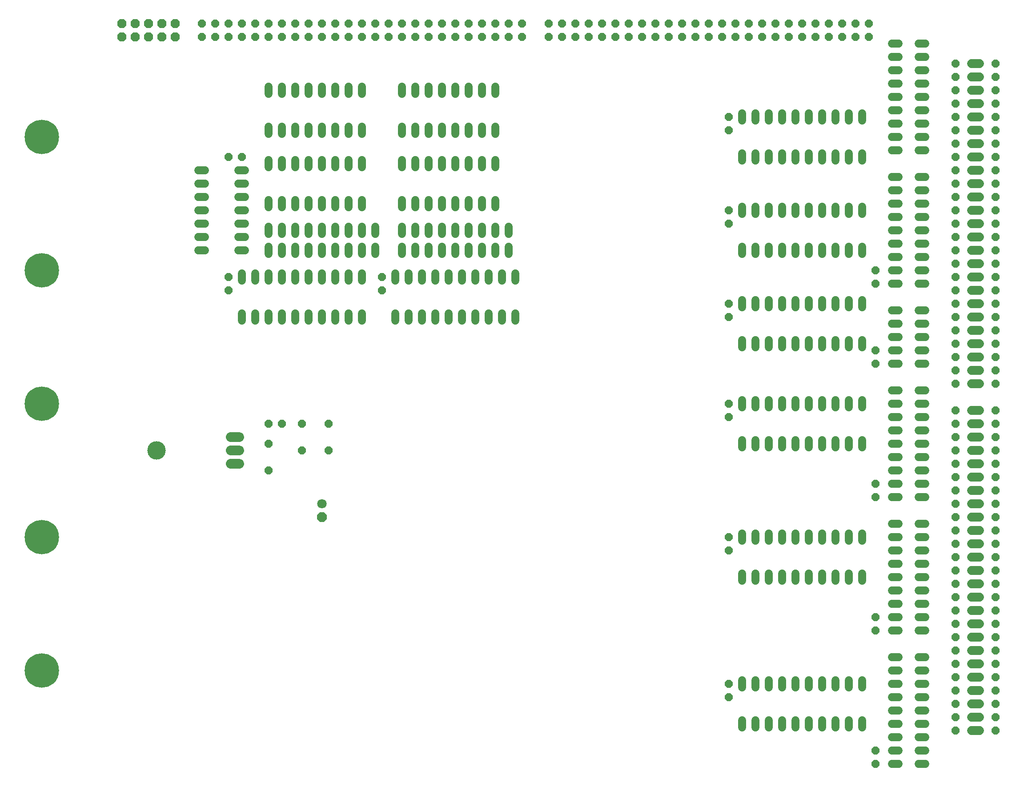
<source format=gbs>
G75*
%MOIN*%
%OFA0B0*%
%FSLAX25Y25*%
%IPPOS*%
%LPD*%
%AMOC8*
5,1,8,0,0,1.08239X$1,22.5*
%
%ADD10C,0.06800*%
%ADD11C,0.07400*%
%ADD12C,0.13800*%
%ADD13OC8,0.07100*%
%ADD14C,0.07100*%
%ADD15OC8,0.06000*%
%ADD16OC8,0.06050*%
%ADD17C,0.06000*%
%ADD18C,0.25800*%
%ADD19OC8,0.06800*%
D10*
X0733300Y0056300D02*
X0739300Y0056300D01*
X0739300Y0066300D02*
X0733300Y0066300D01*
X0733300Y0076300D02*
X0739300Y0076300D01*
X0739300Y0086300D02*
X0733300Y0086300D01*
X0733300Y0096300D02*
X0739300Y0096300D01*
X0739300Y0106300D02*
X0733300Y0106300D01*
X0733300Y0116300D02*
X0739300Y0116300D01*
X0739300Y0126300D02*
X0733300Y0126300D01*
X0733300Y0136300D02*
X0739300Y0136300D01*
X0739300Y0146300D02*
X0733300Y0146300D01*
X0733300Y0156300D02*
X0739300Y0156300D01*
X0739300Y0166300D02*
X0733300Y0166300D01*
X0733300Y0176300D02*
X0739300Y0176300D01*
X0739300Y0186300D02*
X0733300Y0186300D01*
X0733300Y0196300D02*
X0739300Y0196300D01*
X0739300Y0206300D02*
X0733300Y0206300D01*
X0733300Y0216300D02*
X0739300Y0216300D01*
X0739300Y0226300D02*
X0733300Y0226300D01*
X0733300Y0236300D02*
X0739300Y0236300D01*
X0739300Y0246300D02*
X0733300Y0246300D01*
X0733300Y0256300D02*
X0739300Y0256300D01*
X0739300Y0266300D02*
X0733300Y0266300D01*
X0733300Y0276300D02*
X0739300Y0276300D01*
X0739300Y0286300D02*
X0733300Y0286300D01*
X0733300Y0296300D02*
X0739300Y0296300D01*
X0739300Y0316300D02*
X0733300Y0316300D01*
X0733300Y0326300D02*
X0739300Y0326300D01*
X0739300Y0336300D02*
X0733300Y0336300D01*
X0733300Y0346300D02*
X0739300Y0346300D01*
X0739300Y0356300D02*
X0733300Y0356300D01*
X0733300Y0366300D02*
X0739300Y0366300D01*
X0739300Y0376300D02*
X0733300Y0376300D01*
X0733300Y0386300D02*
X0739300Y0386300D01*
X0739300Y0396300D02*
X0733300Y0396300D01*
X0733300Y0406300D02*
X0739300Y0406300D01*
X0739300Y0416300D02*
X0733300Y0416300D01*
X0733300Y0426300D02*
X0739300Y0426300D01*
X0739300Y0436300D02*
X0733300Y0436300D01*
X0733300Y0446300D02*
X0739300Y0446300D01*
X0739300Y0456300D02*
X0733300Y0456300D01*
X0733300Y0466300D02*
X0739300Y0466300D01*
X0739300Y0476300D02*
X0733300Y0476300D01*
X0733300Y0486300D02*
X0739300Y0486300D01*
X0739300Y0496300D02*
X0733300Y0496300D01*
X0733300Y0506300D02*
X0739300Y0506300D01*
X0739300Y0516300D02*
X0733300Y0516300D01*
X0733300Y0526300D02*
X0739300Y0526300D01*
X0739300Y0536300D02*
X0733300Y0536300D01*
X0733300Y0546300D02*
X0739300Y0546300D01*
X0739300Y0556300D02*
X0733300Y0556300D01*
D11*
X0184600Y0276300D02*
X0178000Y0276300D01*
X0178000Y0266300D02*
X0184600Y0266300D01*
X0184600Y0256300D02*
X0178000Y0256300D01*
D12*
X0122300Y0266300D03*
D13*
X0246300Y0216300D03*
D14*
X0246300Y0226300D03*
D15*
X0206300Y0251300D03*
X0206300Y0271300D03*
X0206300Y0286300D03*
X0216300Y0286300D03*
X0231300Y0286300D03*
X0251300Y0286300D03*
X0251300Y0266300D03*
X0231300Y0266300D03*
X0176300Y0386300D03*
X0176300Y0396300D03*
X0176300Y0486300D03*
X0186300Y0486300D03*
X0291300Y0396300D03*
X0291300Y0386300D03*
X0551300Y0376300D03*
X0551300Y0366300D03*
X0551300Y0301300D03*
X0551300Y0291300D03*
X0551300Y0201300D03*
X0551300Y0191300D03*
X0661300Y0231300D03*
X0661300Y0241300D03*
X0661300Y0331300D03*
X0661300Y0341300D03*
X0661300Y0391300D03*
X0661300Y0401300D03*
X0551300Y0436300D03*
X0551300Y0446300D03*
X0551300Y0506300D03*
X0551300Y0516300D03*
X0661300Y0141300D03*
X0661300Y0131300D03*
X0551300Y0091300D03*
X0551300Y0081300D03*
X0661300Y0041300D03*
X0661300Y0031300D03*
D16*
X0721300Y0056300D03*
X0721300Y0066300D03*
X0721300Y0076300D03*
X0721300Y0086300D03*
X0721300Y0096300D03*
X0721300Y0106300D03*
X0721300Y0116300D03*
X0721300Y0126300D03*
X0721300Y0136300D03*
X0721300Y0146300D03*
X0721300Y0156300D03*
X0721300Y0166300D03*
X0721300Y0176300D03*
X0721300Y0186300D03*
X0721300Y0196300D03*
X0721300Y0206300D03*
X0721300Y0216300D03*
X0721300Y0226300D03*
X0721300Y0236300D03*
X0721300Y0246300D03*
X0721300Y0256300D03*
X0721300Y0266300D03*
X0721300Y0276300D03*
X0721300Y0286300D03*
X0721300Y0296300D03*
X0721300Y0316300D03*
X0721300Y0326300D03*
X0721300Y0336300D03*
X0721300Y0346300D03*
X0721300Y0356300D03*
X0721300Y0366300D03*
X0721300Y0376300D03*
X0721300Y0386300D03*
X0721300Y0396300D03*
X0721300Y0406300D03*
X0721300Y0416300D03*
X0721300Y0426300D03*
X0721300Y0436300D03*
X0721300Y0446300D03*
X0721300Y0456300D03*
X0721300Y0466300D03*
X0721300Y0476300D03*
X0721300Y0486300D03*
X0721300Y0496300D03*
X0721300Y0506300D03*
X0721300Y0516300D03*
X0721300Y0526300D03*
X0721300Y0536300D03*
X0721300Y0546300D03*
X0721300Y0556300D03*
X0751300Y0556300D03*
X0751300Y0546300D03*
X0751300Y0536300D03*
X0751300Y0526300D03*
X0751300Y0516300D03*
X0751300Y0506300D03*
X0751300Y0496300D03*
X0751300Y0486300D03*
X0751300Y0476300D03*
X0751300Y0466300D03*
X0751300Y0456300D03*
X0751300Y0446300D03*
X0751300Y0436300D03*
X0751300Y0426300D03*
X0751300Y0416300D03*
X0751300Y0406300D03*
X0751300Y0396300D03*
X0751300Y0386300D03*
X0751300Y0376300D03*
X0751300Y0366300D03*
X0751300Y0356300D03*
X0751300Y0346300D03*
X0751300Y0336300D03*
X0751300Y0326300D03*
X0751300Y0316300D03*
X0751300Y0296300D03*
X0751300Y0286300D03*
X0751300Y0276300D03*
X0751300Y0266300D03*
X0751300Y0256300D03*
X0751300Y0246300D03*
X0751300Y0236300D03*
X0751300Y0226300D03*
X0751300Y0216300D03*
X0751300Y0206300D03*
X0751300Y0196300D03*
X0751300Y0186300D03*
X0751300Y0176300D03*
X0751300Y0166300D03*
X0751300Y0156300D03*
X0751300Y0146300D03*
X0751300Y0136300D03*
X0751300Y0126300D03*
X0751300Y0116300D03*
X0751300Y0106300D03*
X0751300Y0096300D03*
X0751300Y0086300D03*
X0751300Y0076300D03*
X0751300Y0066300D03*
X0751300Y0056300D03*
X0656300Y0576300D03*
X0656300Y0586300D03*
X0646300Y0586300D03*
X0636300Y0586300D03*
X0626300Y0586300D03*
X0626300Y0576300D03*
X0636300Y0576300D03*
X0646300Y0576300D03*
X0616300Y0576300D03*
X0606300Y0576300D03*
X0596300Y0576300D03*
X0596300Y0586300D03*
X0606300Y0586300D03*
X0616300Y0586300D03*
X0586300Y0586300D03*
X0576300Y0586300D03*
X0566300Y0586300D03*
X0566300Y0576300D03*
X0576300Y0576300D03*
X0586300Y0576300D03*
X0556300Y0576300D03*
X0546300Y0576300D03*
X0536300Y0576300D03*
X0526300Y0576300D03*
X0526300Y0586300D03*
X0536300Y0586300D03*
X0546300Y0586300D03*
X0556300Y0586300D03*
X0516300Y0586300D03*
X0506300Y0586300D03*
X0496300Y0586300D03*
X0496300Y0576300D03*
X0506300Y0576300D03*
X0516300Y0576300D03*
X0486300Y0576300D03*
X0476300Y0576300D03*
X0466300Y0576300D03*
X0466300Y0586300D03*
X0476300Y0586300D03*
X0486300Y0586300D03*
X0456300Y0586300D03*
X0446300Y0586300D03*
X0436300Y0586300D03*
X0436300Y0576300D03*
X0446300Y0576300D03*
X0456300Y0576300D03*
X0426300Y0576300D03*
X0416300Y0576300D03*
X0416300Y0586300D03*
X0426300Y0586300D03*
X0396300Y0586300D03*
X0386300Y0586300D03*
X0376300Y0586300D03*
X0366300Y0586300D03*
X0366300Y0576300D03*
X0376300Y0576300D03*
X0386300Y0576300D03*
X0396300Y0576300D03*
X0356300Y0576300D03*
X0346300Y0576300D03*
X0336300Y0576300D03*
X0336300Y0586300D03*
X0346300Y0586300D03*
X0356300Y0586300D03*
X0326300Y0586300D03*
X0316300Y0586300D03*
X0306300Y0586300D03*
X0306300Y0576300D03*
X0316300Y0576300D03*
X0326300Y0576300D03*
X0296300Y0576300D03*
X0286300Y0576300D03*
X0276300Y0576300D03*
X0276300Y0586300D03*
X0286300Y0586300D03*
X0296300Y0586300D03*
X0266300Y0586300D03*
X0256300Y0586300D03*
X0246300Y0586300D03*
X0246300Y0576300D03*
X0256300Y0576300D03*
X0266300Y0576300D03*
X0236300Y0576300D03*
X0226300Y0576300D03*
X0216300Y0576300D03*
X0206300Y0576300D03*
X0206300Y0586300D03*
X0216300Y0586300D03*
X0226300Y0586300D03*
X0236300Y0586300D03*
X0196300Y0586300D03*
X0186300Y0586300D03*
X0176300Y0586300D03*
X0176300Y0576300D03*
X0186300Y0576300D03*
X0196300Y0576300D03*
X0166300Y0576300D03*
X0156300Y0576300D03*
X0156300Y0586300D03*
X0166300Y0586300D03*
D17*
X0206300Y0538900D02*
X0206300Y0533700D01*
X0216300Y0533700D02*
X0216300Y0538900D01*
X0226300Y0538900D02*
X0226300Y0533700D01*
X0236300Y0533700D02*
X0236300Y0538900D01*
X0246300Y0538900D02*
X0246300Y0533700D01*
X0256300Y0533700D02*
X0256300Y0538900D01*
X0266300Y0538900D02*
X0266300Y0533700D01*
X0276300Y0533700D02*
X0276300Y0538900D01*
X0306300Y0538900D02*
X0306300Y0533700D01*
X0316300Y0533700D02*
X0316300Y0538900D01*
X0326300Y0538900D02*
X0326300Y0533700D01*
X0336300Y0533700D02*
X0336300Y0538900D01*
X0346300Y0538900D02*
X0346300Y0533700D01*
X0356300Y0533700D02*
X0356300Y0538900D01*
X0366300Y0538900D02*
X0366300Y0533700D01*
X0376300Y0533700D02*
X0376300Y0538900D01*
X0376300Y0508900D02*
X0376300Y0503700D01*
X0366300Y0503700D02*
X0366300Y0508900D01*
X0356300Y0508900D02*
X0356300Y0503700D01*
X0346300Y0503700D02*
X0346300Y0508900D01*
X0336300Y0508900D02*
X0336300Y0503700D01*
X0326300Y0503700D02*
X0326300Y0508900D01*
X0316300Y0508900D02*
X0316300Y0503700D01*
X0306300Y0503700D02*
X0306300Y0508900D01*
X0306300Y0483900D02*
X0306300Y0478700D01*
X0316300Y0478700D02*
X0316300Y0483900D01*
X0326300Y0483900D02*
X0326300Y0478700D01*
X0336300Y0478700D02*
X0336300Y0483900D01*
X0346300Y0483900D02*
X0346300Y0478700D01*
X0356300Y0478700D02*
X0356300Y0483900D01*
X0366300Y0483900D02*
X0366300Y0478700D01*
X0376300Y0478700D02*
X0376300Y0483900D01*
X0376300Y0453900D02*
X0376300Y0448700D01*
X0366300Y0448700D02*
X0366300Y0453900D01*
X0356300Y0453900D02*
X0356300Y0448700D01*
X0346300Y0448700D02*
X0346300Y0453900D01*
X0336300Y0453900D02*
X0336300Y0448700D01*
X0326300Y0448700D02*
X0326300Y0453900D01*
X0316300Y0453900D02*
X0316300Y0448700D01*
X0306300Y0448700D02*
X0306300Y0453900D01*
X0306300Y0433900D02*
X0306300Y0428700D01*
X0316300Y0428700D02*
X0316300Y0433900D01*
X0326300Y0433900D02*
X0326300Y0428700D01*
X0326300Y0418900D02*
X0326300Y0413700D01*
X0316300Y0413700D02*
X0316300Y0418900D01*
X0306300Y0418900D02*
X0306300Y0413700D01*
X0301300Y0398900D02*
X0301300Y0393700D01*
X0311300Y0393700D02*
X0311300Y0398900D01*
X0321300Y0398900D02*
X0321300Y0393700D01*
X0331300Y0393700D02*
X0331300Y0398900D01*
X0341300Y0398900D02*
X0341300Y0393700D01*
X0351300Y0393700D02*
X0351300Y0398900D01*
X0361300Y0398900D02*
X0361300Y0393700D01*
X0371300Y0393700D02*
X0371300Y0398900D01*
X0381300Y0398900D02*
X0381300Y0393700D01*
X0391300Y0393700D02*
X0391300Y0398900D01*
X0386300Y0413700D02*
X0386300Y0418900D01*
X0376300Y0418900D02*
X0376300Y0413700D01*
X0366300Y0413700D02*
X0366300Y0418900D01*
X0366300Y0428700D02*
X0366300Y0433900D01*
X0376300Y0433900D02*
X0376300Y0428700D01*
X0386300Y0428700D02*
X0386300Y0433900D01*
X0356300Y0433900D02*
X0356300Y0428700D01*
X0346300Y0428700D02*
X0346300Y0433900D01*
X0336300Y0433900D02*
X0336300Y0428700D01*
X0336300Y0418900D02*
X0336300Y0413700D01*
X0346300Y0413700D02*
X0346300Y0418900D01*
X0356300Y0418900D02*
X0356300Y0413700D01*
X0351300Y0368900D02*
X0351300Y0363700D01*
X0361300Y0363700D02*
X0361300Y0368900D01*
X0371300Y0368900D02*
X0371300Y0363700D01*
X0381300Y0363700D02*
X0381300Y0368900D01*
X0391300Y0368900D02*
X0391300Y0363700D01*
X0341300Y0363700D02*
X0341300Y0368900D01*
X0331300Y0368900D02*
X0331300Y0363700D01*
X0321300Y0363700D02*
X0321300Y0368900D01*
X0311300Y0368900D02*
X0311300Y0363700D01*
X0301300Y0363700D02*
X0301300Y0368900D01*
X0276300Y0368900D02*
X0276300Y0363700D01*
X0266300Y0363700D02*
X0266300Y0368900D01*
X0256300Y0368900D02*
X0256300Y0363700D01*
X0246300Y0363700D02*
X0246300Y0368900D01*
X0236300Y0368900D02*
X0236300Y0363700D01*
X0226300Y0363700D02*
X0226300Y0368900D01*
X0216300Y0368900D02*
X0216300Y0363700D01*
X0206300Y0363700D02*
X0206300Y0368900D01*
X0196300Y0368900D02*
X0196300Y0363700D01*
X0186300Y0363700D02*
X0186300Y0368900D01*
X0186300Y0393700D02*
X0186300Y0398900D01*
X0196300Y0398900D02*
X0196300Y0393700D01*
X0206300Y0393700D02*
X0206300Y0398900D01*
X0216300Y0398900D02*
X0216300Y0393700D01*
X0226300Y0393700D02*
X0226300Y0398900D01*
X0236300Y0398900D02*
X0236300Y0393700D01*
X0246300Y0393700D02*
X0246300Y0398900D01*
X0256300Y0398900D02*
X0256300Y0393700D01*
X0266300Y0393700D02*
X0266300Y0398900D01*
X0276300Y0398900D02*
X0276300Y0393700D01*
X0276300Y0413700D02*
X0276300Y0418900D01*
X0286300Y0418900D02*
X0286300Y0413700D01*
X0286300Y0428700D02*
X0286300Y0433900D01*
X0276300Y0433900D02*
X0276300Y0428700D01*
X0266300Y0428700D02*
X0266300Y0433900D01*
X0256300Y0433900D02*
X0256300Y0428700D01*
X0246300Y0428700D02*
X0246300Y0433900D01*
X0236300Y0433900D02*
X0236300Y0428700D01*
X0226300Y0428700D02*
X0226300Y0433900D01*
X0216300Y0433900D02*
X0216300Y0428700D01*
X0206300Y0428700D02*
X0206300Y0433900D01*
X0206300Y0448700D02*
X0206300Y0453900D01*
X0216300Y0453900D02*
X0216300Y0448700D01*
X0226300Y0448700D02*
X0226300Y0453900D01*
X0236300Y0453900D02*
X0236300Y0448700D01*
X0246300Y0448700D02*
X0246300Y0453900D01*
X0256300Y0453900D02*
X0256300Y0448700D01*
X0266300Y0448700D02*
X0266300Y0453900D01*
X0276300Y0453900D02*
X0276300Y0448700D01*
X0276300Y0478700D02*
X0276300Y0483900D01*
X0266300Y0483900D02*
X0266300Y0478700D01*
X0256300Y0478700D02*
X0256300Y0483900D01*
X0246300Y0483900D02*
X0246300Y0478700D01*
X0236300Y0478700D02*
X0236300Y0483900D01*
X0226300Y0483900D02*
X0226300Y0478700D01*
X0216300Y0478700D02*
X0216300Y0483900D01*
X0206300Y0483900D02*
X0206300Y0478700D01*
X0188900Y0476300D02*
X0183700Y0476300D01*
X0183700Y0466300D02*
X0188900Y0466300D01*
X0188900Y0456300D02*
X0183700Y0456300D01*
X0183700Y0446300D02*
X0188900Y0446300D01*
X0188900Y0436300D02*
X0183700Y0436300D01*
X0183700Y0426300D02*
X0188900Y0426300D01*
X0188900Y0416300D02*
X0183700Y0416300D01*
X0206300Y0418900D02*
X0206300Y0413700D01*
X0216300Y0413700D02*
X0216300Y0418900D01*
X0226300Y0418900D02*
X0226300Y0413700D01*
X0236300Y0413700D02*
X0236300Y0418900D01*
X0246300Y0418900D02*
X0246300Y0413700D01*
X0256300Y0413700D02*
X0256300Y0418900D01*
X0266300Y0418900D02*
X0266300Y0413700D01*
X0266300Y0503700D02*
X0266300Y0508900D01*
X0256300Y0508900D02*
X0256300Y0503700D01*
X0246300Y0503700D02*
X0246300Y0508900D01*
X0236300Y0508900D02*
X0236300Y0503700D01*
X0226300Y0503700D02*
X0226300Y0508900D01*
X0216300Y0508900D02*
X0216300Y0503700D01*
X0206300Y0503700D02*
X0206300Y0508900D01*
X0158900Y0476300D02*
X0153700Y0476300D01*
X0153700Y0466300D02*
X0158900Y0466300D01*
X0158900Y0456300D02*
X0153700Y0456300D01*
X0153700Y0446300D02*
X0158900Y0446300D01*
X0158900Y0436300D02*
X0153700Y0436300D01*
X0153700Y0426300D02*
X0158900Y0426300D01*
X0158900Y0416300D02*
X0153700Y0416300D01*
X0276300Y0503700D02*
X0276300Y0508900D01*
X0561300Y0513700D02*
X0561300Y0518900D01*
X0571300Y0518900D02*
X0571300Y0513700D01*
X0581300Y0513700D02*
X0581300Y0518900D01*
X0591300Y0518900D02*
X0591300Y0513700D01*
X0601300Y0513700D02*
X0601300Y0518900D01*
X0611300Y0518900D02*
X0611300Y0513700D01*
X0621300Y0513700D02*
X0621300Y0518900D01*
X0631300Y0518900D02*
X0631300Y0513700D01*
X0641300Y0513700D02*
X0641300Y0518900D01*
X0651300Y0518900D02*
X0651300Y0513700D01*
X0673700Y0511300D02*
X0678900Y0511300D01*
X0678900Y0521300D02*
X0673700Y0521300D01*
X0673700Y0531300D02*
X0678900Y0531300D01*
X0693700Y0531300D02*
X0698900Y0531300D01*
X0698900Y0521300D02*
X0693700Y0521300D01*
X0693700Y0511300D02*
X0698900Y0511300D01*
X0698900Y0501300D02*
X0693700Y0501300D01*
X0678900Y0501300D02*
X0673700Y0501300D01*
X0673700Y0491300D02*
X0678900Y0491300D01*
X0693700Y0491300D02*
X0698900Y0491300D01*
X0698900Y0471300D02*
X0693700Y0471300D01*
X0678900Y0471300D02*
X0673700Y0471300D01*
X0673700Y0461300D02*
X0678900Y0461300D01*
X0678900Y0451300D02*
X0673700Y0451300D01*
X0673700Y0441300D02*
X0678900Y0441300D01*
X0693700Y0441300D02*
X0698900Y0441300D01*
X0698900Y0431300D02*
X0693700Y0431300D01*
X0693700Y0421300D02*
X0698900Y0421300D01*
X0698900Y0411300D02*
X0693700Y0411300D01*
X0693700Y0401300D02*
X0698900Y0401300D01*
X0698900Y0391300D02*
X0693700Y0391300D01*
X0678900Y0391300D02*
X0673700Y0391300D01*
X0673700Y0401300D02*
X0678900Y0401300D01*
X0678900Y0411300D02*
X0673700Y0411300D01*
X0673700Y0421300D02*
X0678900Y0421300D01*
X0678900Y0431300D02*
X0673700Y0431300D01*
X0651300Y0443700D02*
X0651300Y0448900D01*
X0641300Y0448900D02*
X0641300Y0443700D01*
X0631300Y0443700D02*
X0631300Y0448900D01*
X0621300Y0448900D02*
X0621300Y0443700D01*
X0611300Y0443700D02*
X0611300Y0448900D01*
X0601300Y0448900D02*
X0601300Y0443700D01*
X0591300Y0443700D02*
X0591300Y0448900D01*
X0581300Y0448900D02*
X0581300Y0443700D01*
X0571300Y0443700D02*
X0571300Y0448900D01*
X0561300Y0448900D02*
X0561300Y0443700D01*
X0561300Y0418900D02*
X0561300Y0413700D01*
X0571300Y0413700D02*
X0571300Y0418900D01*
X0581300Y0418900D02*
X0581300Y0413700D01*
X0591300Y0413700D02*
X0591300Y0418900D01*
X0601300Y0418900D02*
X0601300Y0413700D01*
X0611300Y0413700D02*
X0611300Y0418900D01*
X0621300Y0418900D02*
X0621300Y0413700D01*
X0631300Y0413700D02*
X0631300Y0418900D01*
X0641300Y0418900D02*
X0641300Y0413700D01*
X0651300Y0413700D02*
X0651300Y0418900D01*
X0651300Y0378900D02*
X0651300Y0373700D01*
X0641300Y0373700D02*
X0641300Y0378900D01*
X0631300Y0378900D02*
X0631300Y0373700D01*
X0621300Y0373700D02*
X0621300Y0378900D01*
X0611300Y0378900D02*
X0611300Y0373700D01*
X0601300Y0373700D02*
X0601300Y0378900D01*
X0591300Y0378900D02*
X0591300Y0373700D01*
X0581300Y0373700D02*
X0581300Y0378900D01*
X0571300Y0378900D02*
X0571300Y0373700D01*
X0561300Y0373700D02*
X0561300Y0378900D01*
X0561300Y0348900D02*
X0561300Y0343700D01*
X0571300Y0343700D02*
X0571300Y0348900D01*
X0581300Y0348900D02*
X0581300Y0343700D01*
X0591300Y0343700D02*
X0591300Y0348900D01*
X0601300Y0348900D02*
X0601300Y0343700D01*
X0611300Y0343700D02*
X0611300Y0348900D01*
X0621300Y0348900D02*
X0621300Y0343700D01*
X0631300Y0343700D02*
X0631300Y0348900D01*
X0641300Y0348900D02*
X0641300Y0343700D01*
X0651300Y0343700D02*
X0651300Y0348900D01*
X0673700Y0351300D02*
X0678900Y0351300D01*
X0678900Y0341300D02*
X0673700Y0341300D01*
X0673700Y0331300D02*
X0678900Y0331300D01*
X0693700Y0331300D02*
X0698900Y0331300D01*
X0698900Y0341300D02*
X0693700Y0341300D01*
X0693700Y0351300D02*
X0698900Y0351300D01*
X0698900Y0361300D02*
X0693700Y0361300D01*
X0678900Y0361300D02*
X0673700Y0361300D01*
X0673700Y0371300D02*
X0678900Y0371300D01*
X0693700Y0371300D02*
X0698900Y0371300D01*
X0698900Y0311300D02*
X0693700Y0311300D01*
X0678900Y0311300D02*
X0673700Y0311300D01*
X0673700Y0301300D02*
X0678900Y0301300D01*
X0693700Y0301300D02*
X0698900Y0301300D01*
X0698900Y0291300D02*
X0693700Y0291300D01*
X0693700Y0281300D02*
X0698900Y0281300D01*
X0698900Y0271300D02*
X0693700Y0271300D01*
X0693700Y0261300D02*
X0698900Y0261300D01*
X0698900Y0251300D02*
X0693700Y0251300D01*
X0678900Y0251300D02*
X0673700Y0251300D01*
X0673700Y0241300D02*
X0678900Y0241300D01*
X0678900Y0231300D02*
X0673700Y0231300D01*
X0693700Y0231300D02*
X0698900Y0231300D01*
X0698900Y0241300D02*
X0693700Y0241300D01*
X0678900Y0261300D02*
X0673700Y0261300D01*
X0673700Y0271300D02*
X0678900Y0271300D01*
X0678900Y0281300D02*
X0673700Y0281300D01*
X0673700Y0291300D02*
X0678900Y0291300D01*
X0651300Y0298700D02*
X0651300Y0303900D01*
X0641300Y0303900D02*
X0641300Y0298700D01*
X0631300Y0298700D02*
X0631300Y0303900D01*
X0621300Y0303900D02*
X0621300Y0298700D01*
X0611300Y0298700D02*
X0611300Y0303900D01*
X0601300Y0303900D02*
X0601300Y0298700D01*
X0591300Y0298700D02*
X0591300Y0303900D01*
X0581300Y0303900D02*
X0581300Y0298700D01*
X0571300Y0298700D02*
X0571300Y0303900D01*
X0561300Y0303900D02*
X0561300Y0298700D01*
X0561300Y0273900D02*
X0561300Y0268700D01*
X0571300Y0268700D02*
X0571300Y0273900D01*
X0581300Y0273900D02*
X0581300Y0268700D01*
X0591300Y0268700D02*
X0591300Y0273900D01*
X0601300Y0273900D02*
X0601300Y0268700D01*
X0611300Y0268700D02*
X0611300Y0273900D01*
X0621300Y0273900D02*
X0621300Y0268700D01*
X0631300Y0268700D02*
X0631300Y0273900D01*
X0641300Y0273900D02*
X0641300Y0268700D01*
X0651300Y0268700D02*
X0651300Y0273900D01*
X0673700Y0211300D02*
X0678900Y0211300D01*
X0678900Y0201300D02*
X0673700Y0201300D01*
X0673700Y0191300D02*
X0678900Y0191300D01*
X0693700Y0191300D02*
X0698900Y0191300D01*
X0698900Y0181300D02*
X0693700Y0181300D01*
X0693700Y0171300D02*
X0698900Y0171300D01*
X0698900Y0161300D02*
X0693700Y0161300D01*
X0678900Y0161300D02*
X0673700Y0161300D01*
X0673700Y0151300D02*
X0678900Y0151300D01*
X0678900Y0141300D02*
X0673700Y0141300D01*
X0673700Y0131300D02*
X0678900Y0131300D01*
X0693700Y0131300D02*
X0698900Y0131300D01*
X0698900Y0141300D02*
X0693700Y0141300D01*
X0693700Y0151300D02*
X0698900Y0151300D01*
X0678900Y0171300D02*
X0673700Y0171300D01*
X0673700Y0181300D02*
X0678900Y0181300D01*
X0693700Y0201300D02*
X0698900Y0201300D01*
X0698900Y0211300D02*
X0693700Y0211300D01*
X0651300Y0203900D02*
X0651300Y0198700D01*
X0641300Y0198700D02*
X0641300Y0203900D01*
X0631300Y0203900D02*
X0631300Y0198700D01*
X0621300Y0198700D02*
X0621300Y0203900D01*
X0611300Y0203900D02*
X0611300Y0198700D01*
X0601300Y0198700D02*
X0601300Y0203900D01*
X0591300Y0203900D02*
X0591300Y0198700D01*
X0581300Y0198700D02*
X0581300Y0203900D01*
X0571300Y0203900D02*
X0571300Y0198700D01*
X0561300Y0198700D02*
X0561300Y0203900D01*
X0561300Y0173900D02*
X0561300Y0168700D01*
X0571300Y0168700D02*
X0571300Y0173900D01*
X0581300Y0173900D02*
X0581300Y0168700D01*
X0591300Y0168700D02*
X0591300Y0173900D01*
X0601300Y0173900D02*
X0601300Y0168700D01*
X0611300Y0168700D02*
X0611300Y0173900D01*
X0621300Y0173900D02*
X0621300Y0168700D01*
X0631300Y0168700D02*
X0631300Y0173900D01*
X0641300Y0173900D02*
X0641300Y0168700D01*
X0651300Y0168700D02*
X0651300Y0173900D01*
X0673700Y0111300D02*
X0678900Y0111300D01*
X0693700Y0111300D02*
X0698900Y0111300D01*
X0698900Y0101300D02*
X0693700Y0101300D01*
X0693700Y0091300D02*
X0698900Y0091300D01*
X0698900Y0081300D02*
X0693700Y0081300D01*
X0678900Y0081300D02*
X0673700Y0081300D01*
X0673700Y0071300D02*
X0678900Y0071300D01*
X0678900Y0061300D02*
X0673700Y0061300D01*
X0673700Y0051300D02*
X0678900Y0051300D01*
X0693700Y0051300D02*
X0698900Y0051300D01*
X0698900Y0041300D02*
X0693700Y0041300D01*
X0693700Y0031300D02*
X0698900Y0031300D01*
X0678900Y0031300D02*
X0673700Y0031300D01*
X0673700Y0041300D02*
X0678900Y0041300D01*
X0693700Y0061300D02*
X0698900Y0061300D01*
X0698900Y0071300D02*
X0693700Y0071300D01*
X0678900Y0091300D02*
X0673700Y0091300D01*
X0673700Y0101300D02*
X0678900Y0101300D01*
X0651300Y0093900D02*
X0651300Y0088700D01*
X0641300Y0088700D02*
X0641300Y0093900D01*
X0631300Y0093900D02*
X0631300Y0088700D01*
X0621300Y0088700D02*
X0621300Y0093900D01*
X0611300Y0093900D02*
X0611300Y0088700D01*
X0601300Y0088700D02*
X0601300Y0093900D01*
X0591300Y0093900D02*
X0591300Y0088700D01*
X0581300Y0088700D02*
X0581300Y0093900D01*
X0571300Y0093900D02*
X0571300Y0088700D01*
X0561300Y0088700D02*
X0561300Y0093900D01*
X0561300Y0063900D02*
X0561300Y0058700D01*
X0571300Y0058700D02*
X0571300Y0063900D01*
X0581300Y0063900D02*
X0581300Y0058700D01*
X0591300Y0058700D02*
X0591300Y0063900D01*
X0601300Y0063900D02*
X0601300Y0058700D01*
X0611300Y0058700D02*
X0611300Y0063900D01*
X0621300Y0063900D02*
X0621300Y0058700D01*
X0631300Y0058700D02*
X0631300Y0063900D01*
X0641300Y0063900D02*
X0641300Y0058700D01*
X0651300Y0058700D02*
X0651300Y0063900D01*
X0693700Y0451300D02*
X0698900Y0451300D01*
X0698900Y0461300D02*
X0693700Y0461300D01*
X0651300Y0483700D02*
X0651300Y0488900D01*
X0641300Y0488900D02*
X0641300Y0483700D01*
X0631300Y0483700D02*
X0631300Y0488900D01*
X0621300Y0488900D02*
X0621300Y0483700D01*
X0611300Y0483700D02*
X0611300Y0488900D01*
X0601300Y0488900D02*
X0601300Y0483700D01*
X0591300Y0483700D02*
X0591300Y0488900D01*
X0581300Y0488900D02*
X0581300Y0483700D01*
X0571300Y0483700D02*
X0571300Y0488900D01*
X0561300Y0488900D02*
X0561300Y0483700D01*
X0673700Y0541300D02*
X0678900Y0541300D01*
X0678900Y0551300D02*
X0673700Y0551300D01*
X0673700Y0561300D02*
X0678900Y0561300D01*
X0693700Y0561300D02*
X0698900Y0561300D01*
X0698900Y0551300D02*
X0693700Y0551300D01*
X0693700Y0541300D02*
X0698900Y0541300D01*
X0698900Y0571300D02*
X0693700Y0571300D01*
X0678900Y0571300D02*
X0673700Y0571300D01*
D18*
X0036300Y0101300D03*
X0036300Y0201300D03*
X0036300Y0301300D03*
X0036300Y0401300D03*
X0036300Y0501300D03*
D19*
X0096300Y0576300D03*
X0106300Y0576300D03*
X0106300Y0586300D03*
X0096300Y0586300D03*
X0116300Y0586300D03*
X0126300Y0586300D03*
X0136300Y0586300D03*
X0136300Y0576300D03*
X0126300Y0576300D03*
X0116300Y0576300D03*
M02*

</source>
